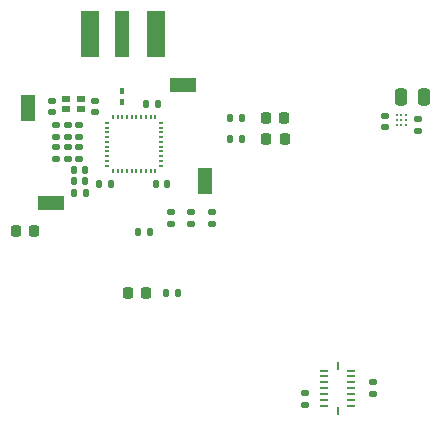
<source format=gtp>
%TF.GenerationSoftware,KiCad,Pcbnew,7.0.1*%
%TF.CreationDate,2024-02-15T14:31:57+01:00*%
%TF.ProjectId,pi4-sensorleap-v1,7069342d-7365-46e7-936f-726c6561702d,rev?*%
%TF.SameCoordinates,Original*%
%TF.FileFunction,Paste,Top*%
%TF.FilePolarity,Positive*%
%FSLAX46Y46*%
G04 Gerber Fmt 4.6, Leading zero omitted, Abs format (unit mm)*
G04 Created by KiCad (PCBNEW 7.0.1) date 2024-02-15 14:31:57*
%MOMM*%
%LPD*%
G01*
G04 APERTURE LIST*
G04 Aperture macros list*
%AMRoundRect*
0 Rectangle with rounded corners*
0 $1 Rounding radius*
0 $2 $3 $4 $5 $6 $7 $8 $9 X,Y pos of 4 corners*
0 Add a 4 corners polygon primitive as box body*
4,1,4,$2,$3,$4,$5,$6,$7,$8,$9,$2,$3,0*
0 Add four circle primitives for the rounded corners*
1,1,$1+$1,$2,$3*
1,1,$1+$1,$4,$5*
1,1,$1+$1,$6,$7*
1,1,$1+$1,$8,$9*
0 Add four rect primitives between the rounded corners*
20,1,$1+$1,$2,$3,$4,$5,0*
20,1,$1+$1,$4,$5,$6,$7,0*
20,1,$1+$1,$6,$7,$8,$9,0*
20,1,$1+$1,$8,$9,$2,$3,0*%
G04 Aperture macros list end*
%ADD10RoundRect,0.135000X-0.135000X-0.185000X0.135000X-0.185000X0.135000X0.185000X-0.135000X0.185000X0*%
%ADD11RoundRect,0.135000X-0.185000X0.135000X-0.185000X-0.135000X0.185000X-0.135000X0.185000X0.135000X0*%
%ADD12RoundRect,0.140000X0.140000X0.170000X-0.140000X0.170000X-0.140000X-0.170000X0.140000X-0.170000X0*%
%ADD13RoundRect,0.140000X0.170000X-0.140000X0.170000X0.140000X-0.170000X0.140000X-0.170000X-0.140000X0*%
%ADD14R,0.685800X0.584200*%
%ADD15RoundRect,0.250000X-0.250000X-0.475000X0.250000X-0.475000X0.250000X0.475000X-0.250000X0.475000X0*%
%ADD16RoundRect,0.147500X-0.147500X-0.172500X0.147500X-0.172500X0.147500X0.172500X-0.147500X0.172500X0*%
%ADD17RoundRect,0.225000X0.225000X0.250000X-0.225000X0.250000X-0.225000X-0.250000X0.225000X-0.250000X0*%
%ADD18RoundRect,0.140000X-0.170000X0.140000X-0.170000X-0.140000X0.170000X-0.140000X0.170000X0.140000X0*%
%ADD19RoundRect,0.135000X0.135000X0.185000X-0.135000X0.185000X-0.135000X-0.185000X0.135000X-0.185000X0*%
%ADD20RoundRect,0.218750X-0.218750X-0.256250X0.218750X-0.256250X0.218750X0.256250X-0.218750X0.256250X0*%
%ADD21RoundRect,0.087250X-0.087250X0.192750X-0.087250X-0.192750X0.087250X-0.192750X0.087250X0.192750X0*%
%ADD22RoundRect,0.218750X0.218750X0.256250X-0.218750X0.256250X-0.218750X-0.256250X0.218750X-0.256250X0*%
%ADD23R,0.400000X0.200000*%
%ADD24R,0.200000X0.400000*%
%ADD25R,1.200000X2.300000*%
%ADD26R,1.500000X4.000000*%
%ADD27R,1.300000X4.000000*%
%ADD28C,0.269000*%
%ADD29R,2.300000X1.200000*%
%ADD30RoundRect,0.140000X-0.140000X-0.170000X0.140000X-0.170000X0.140000X0.170000X-0.140000X0.170000X0*%
%ADD31R,0.675000X0.250000*%
%ADD32R,0.250000X0.675000*%
G04 APERTURE END LIST*
D10*
%TO.C,R3*%
X80490000Y-49100000D03*
X81510000Y-49100000D03*
%TD*%
D11*
%TO.C,R6*%
X77200000Y-57100000D03*
X77200000Y-58120000D03*
%TD*%
D12*
%TO.C,C11*%
X68240000Y-53500000D03*
X67280000Y-53500000D03*
%TD*%
D13*
%TO.C,C1*%
X65377499Y-48598200D03*
X65377499Y-47638200D03*
%TD*%
D14*
%TO.C,X1*%
X66562501Y-48361800D03*
X67837499Y-48361800D03*
X67837499Y-47498200D03*
X66562501Y-47498200D03*
%TD*%
D15*
%TO.C,C21*%
X95000000Y-47300000D03*
X96900000Y-47300000D03*
%TD*%
D13*
%TO.C,C23*%
X93600000Y-49880000D03*
X93600000Y-48920000D03*
%TD*%
D16*
%TO.C,FB1*%
X67315000Y-55500000D03*
X68285000Y-55500000D03*
%TD*%
D13*
%TO.C,C19*%
X92600000Y-72460000D03*
X92600000Y-71500000D03*
%TD*%
D17*
%TO.C,C3*%
X63900000Y-58700000D03*
X62350000Y-58700000D03*
%TD*%
D18*
%TO.C,C20*%
X86800000Y-72420000D03*
X86800000Y-73380000D03*
%TD*%
D12*
%TO.C,C6*%
X68240000Y-54470000D03*
X67280000Y-54470000D03*
%TD*%
D18*
%TO.C,C7*%
X67734000Y-49750000D03*
X67734000Y-50710000D03*
%TD*%
D10*
%TO.C,R2*%
X80480000Y-50900000D03*
X81500000Y-50900000D03*
%TD*%
D19*
%TO.C,R1*%
X74370000Y-47954000D03*
X73350000Y-47954000D03*
%TD*%
D18*
%TO.C,C5*%
X66734000Y-49740000D03*
X66734000Y-50700000D03*
%TD*%
D11*
%TO.C,R5*%
X79000000Y-57100000D03*
X79000000Y-58120000D03*
%TD*%
D20*
%TO.C,D4*%
X71812500Y-63900000D03*
X73387500Y-63900000D03*
%TD*%
D21*
%TO.C,C10*%
X71360000Y-46820000D03*
X71360000Y-47780000D03*
%TD*%
D10*
%TO.C,R4*%
X72700000Y-58800000D03*
X73720000Y-58800000D03*
%TD*%
D18*
%TO.C,C2*%
X65734000Y-49740000D03*
X65734000Y-50700000D03*
%TD*%
D19*
%TO.C,R9*%
X76110000Y-63900000D03*
X75090000Y-63900000D03*
%TD*%
D18*
%TO.C,C8*%
X69017499Y-47638200D03*
X69017499Y-48598200D03*
%TD*%
D13*
%TO.C,C14*%
X65734000Y-52560000D03*
X65734000Y-51600000D03*
%TD*%
D22*
%TO.C,D1*%
X85100000Y-50900000D03*
X83525000Y-50900000D03*
%TD*%
D12*
%TO.C,C9*%
X75190000Y-54700000D03*
X74230000Y-54700000D03*
%TD*%
D22*
%TO.C,D2*%
X85087500Y-49100000D03*
X83512500Y-49100000D03*
%TD*%
D23*
%TO.C,U1*%
X74666000Y-53144000D03*
X74666000Y-52744000D03*
X74666000Y-52344000D03*
X74666000Y-51944000D03*
X74666000Y-51544000D03*
X74666000Y-51144000D03*
X74666000Y-50744000D03*
X74666000Y-50344000D03*
X74666000Y-49944000D03*
X74666000Y-49544000D03*
D24*
X74166000Y-49044000D03*
X73766000Y-49044000D03*
X73366000Y-49044000D03*
X72966000Y-49044000D03*
X72566000Y-49044000D03*
X72166000Y-49044000D03*
X71766000Y-49044000D03*
X71366000Y-49044000D03*
X70966000Y-49044000D03*
X70566000Y-49044000D03*
D23*
X70066000Y-49544000D03*
X70066000Y-49944000D03*
X70066000Y-50344000D03*
X70066000Y-50744000D03*
X70066000Y-51144000D03*
X70066000Y-51544000D03*
X70066000Y-51944000D03*
X70066000Y-52344000D03*
X70066000Y-52744000D03*
X70066000Y-53144000D03*
D24*
X70566000Y-53644000D03*
X70966000Y-53644000D03*
X71366000Y-53644000D03*
X71766000Y-53644000D03*
X72166000Y-53644000D03*
X72566000Y-53644000D03*
X72966000Y-53644000D03*
X73366000Y-53644000D03*
X73766000Y-53644000D03*
X74166000Y-53644000D03*
%TD*%
D25*
%TO.C,MP3*%
X78400000Y-54430000D03*
%TD*%
%TO.C,MP2*%
X63400000Y-48230000D03*
%TD*%
D26*
%TO.C,J1*%
X68600000Y-42000000D03*
D27*
X71360000Y-42000000D03*
D26*
X74200000Y-42000000D03*
%TD*%
D28*
%TO.C,U5*%
X95400000Y-49700000D03*
X95000000Y-49700000D03*
X94600000Y-49700000D03*
X95400000Y-49300000D03*
X95000000Y-49300000D03*
X94600000Y-49300000D03*
X95400000Y-48900000D03*
X95000000Y-48900000D03*
X94600000Y-48900000D03*
%TD*%
D29*
%TO.C,MP4*%
X65300000Y-56330000D03*
%TD*%
D30*
%TO.C,C4*%
X69420000Y-54700000D03*
X70380000Y-54700000D03*
%TD*%
D13*
%TO.C,C12*%
X67734000Y-52560000D03*
X67734000Y-51600000D03*
%TD*%
%TO.C,C13*%
X66734000Y-52560000D03*
X66734000Y-51600000D03*
%TD*%
D29*
%TO.C,MP1*%
X76500000Y-46330000D03*
%TD*%
D11*
%TO.C,R7*%
X75500000Y-57100000D03*
X75500000Y-58120000D03*
%TD*%
D31*
%TO.C,U4*%
X90765000Y-70500000D03*
X90765000Y-71000000D03*
X90765000Y-71500000D03*
X90765000Y-72000000D03*
X90765000Y-72500000D03*
X90765000Y-73000000D03*
X90765000Y-73500000D03*
D32*
X89600000Y-73915000D03*
D31*
X88435000Y-73500000D03*
X88435000Y-73000000D03*
X88435000Y-72500000D03*
X88435000Y-72000000D03*
X88435000Y-71500000D03*
X88435000Y-71000000D03*
X88435000Y-70500000D03*
D32*
X89600000Y-70085000D03*
%TD*%
D18*
%TO.C,C22*%
X96400000Y-49220000D03*
X96400000Y-50180000D03*
%TD*%
M02*

</source>
